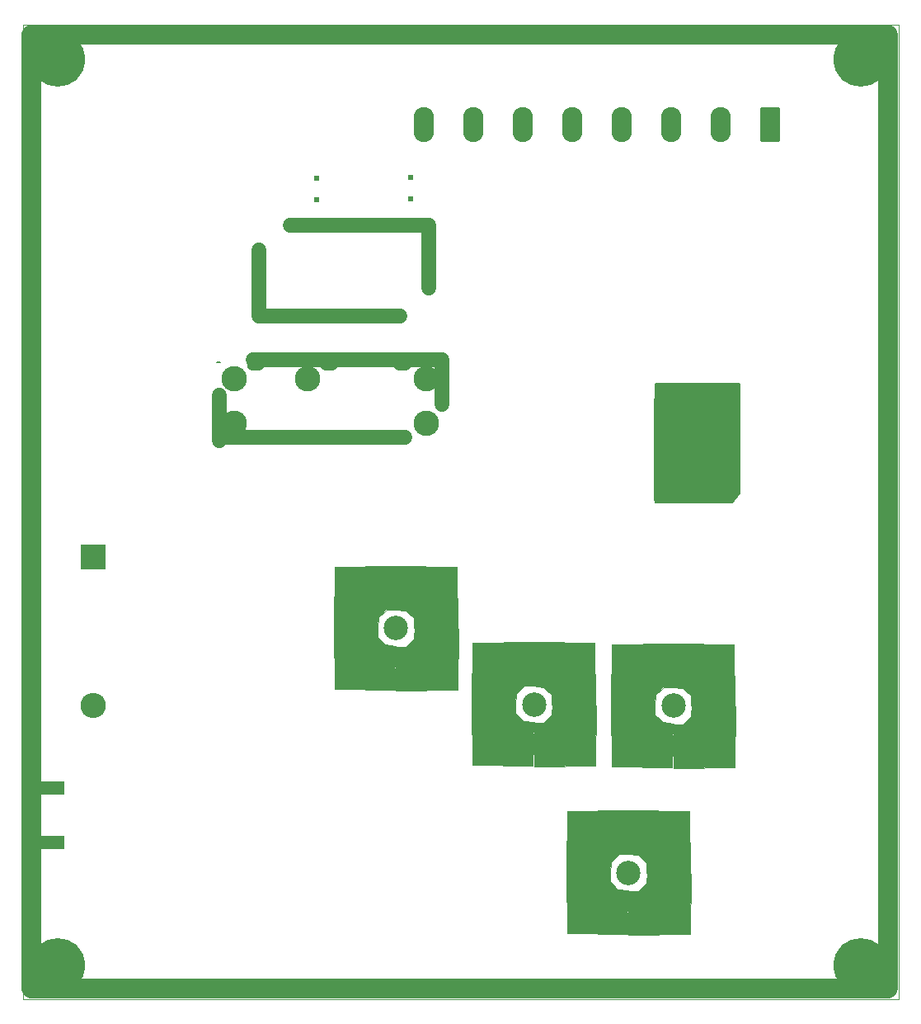
<source format=gbr>
%TF.GenerationSoftware,KiCad,Pcbnew,(7.0.0-0)*%
%TF.CreationDate,2023-05-05T23:20:32+02:00*%
%TF.ProjectId,Filter-forest-v3,46696c74-6572-42d6-966f-726573742d76,rev?*%
%TF.SameCoordinates,Original*%
%TF.FileFunction,Soldermask,Bot*%
%TF.FilePolarity,Negative*%
%FSLAX46Y46*%
G04 Gerber Fmt 4.6, Leading zero omitted, Abs format (unit mm)*
G04 Created by KiCad (PCBNEW (7.0.0-0)) date 2023-05-05 23:20:32*
%MOMM*%
%LPD*%
G01*
G04 APERTURE LIST*
G04 Aperture macros list*
%AMRoundRect*
0 Rectangle with rounded corners*
0 $1 Rounding radius*
0 $2 $3 $4 $5 $6 $7 $8 $9 X,Y pos of 4 corners*
0 Add a 4 corners polygon primitive as box body*
4,1,4,$2,$3,$4,$5,$6,$7,$8,$9,$2,$3,0*
0 Add four circle primitives for the rounded corners*
1,1,$1+$1,$2,$3*
1,1,$1+$1,$4,$5*
1,1,$1+$1,$6,$7*
1,1,$1+$1,$8,$9*
0 Add four rect primitives between the rounded corners*
20,1,$1+$1,$2,$3,$4,$5,0*
20,1,$1+$1,$4,$5,$6,$7,0*
20,1,$1+$1,$6,$7,$8,$9,0*
20,1,$1+$1,$8,$9,$2,$3,0*%
G04 Aperture macros list end*
%ADD10C,2.000000*%
%ADD11C,1.500000*%
%ADD12C,0.200000*%
%ADD13C,0.150000*%
%ADD14C,0.120000*%
%ADD15O,2.600000X2.600000*%
%ADD16R,2.600000X2.600000*%
%ADD17C,0.610000*%
%ADD18O,1.800000X1.000000*%
%ADD19C,2.610000*%
%ADD20C,3.500000*%
%ADD21C,2.500000*%
%ADD22C,5.600000*%
%ADD23R,4.200000X1.350000*%
%ADD24O,2.080000X3.600000*%
%ADD25RoundRect,0.249999X0.790001X1.550001X-0.790001X1.550001X-0.790001X-1.550001X0.790001X-1.550001X0*%
%TA.AperFunction,Profile*%
%ADD26C,0.100000*%
%TD*%
G04 APERTURE END LIST*
D10*
X77090000Y-30950000D02*
X165040978Y-30950000D01*
X165040978Y-30950000D02*
X165040978Y-128860000D01*
X165040978Y-128860000D02*
X77090000Y-128860000D01*
X77090000Y-128860000D02*
X77090000Y-30950000D01*
D11*
X119230000Y-64340000D02*
X119230000Y-68910000D01*
D12*
G36*
X149780000Y-78051166D02*
G01*
X149005646Y-78969585D01*
X141110000Y-78960000D01*
X141100000Y-78670000D01*
X141100000Y-69880000D01*
X141110000Y-66780000D01*
X144280000Y-66780000D01*
X149780000Y-66780000D01*
X149780000Y-78051166D01*
G37*
X149780000Y-78051166D02*
X149005646Y-78969585D01*
X141110000Y-78960000D01*
X141100000Y-78670000D01*
X141100000Y-69880000D01*
X141110000Y-66780000D01*
X144280000Y-66780000D01*
X149780000Y-66780000D01*
X149780000Y-78051166D01*
D13*
X96070000Y-64570000D02*
X96470000Y-64570000D01*
D11*
X96360000Y-72630000D02*
X96360000Y-67970000D01*
X99828750Y-64360000D02*
X119230000Y-64360000D01*
X115450000Y-72320000D02*
X96420000Y-72320000D01*
X114860000Y-59810000D02*
X100410000Y-59810000D01*
X100410000Y-59810000D02*
X100410000Y-53090000D01*
X117830000Y-56960000D02*
X117830000Y-50500000D01*
X103660000Y-50500000D02*
X117780000Y-50500000D01*
%TO.C,J108*%
G36*
X135060000Y-99810000D02*
G01*
X134960000Y-106010000D01*
X128660000Y-106110000D01*
X128660000Y-101610000D01*
X129660000Y-101610000D01*
X130460000Y-100810000D01*
X130560000Y-99710000D01*
X135060000Y-99810000D01*
G37*
D14*
X135060000Y-99810000D02*
X134960000Y-106010000D01*
X128660000Y-106110000D01*
X128660000Y-101610000D01*
X129660000Y-101610000D01*
X130460000Y-100810000D01*
X130560000Y-99710000D01*
X135060000Y-99810000D01*
G36*
X134860000Y-93410000D02*
G01*
X134960000Y-99710000D01*
X130460000Y-99710000D01*
X130460000Y-98710000D01*
X129660000Y-97910000D01*
X128560000Y-97810000D01*
X128660000Y-93310000D01*
X134860000Y-93410000D01*
G37*
X134860000Y-93410000D02*
X134960000Y-99710000D01*
X130460000Y-99710000D01*
X130460000Y-98710000D01*
X129660000Y-97910000D01*
X128560000Y-97810000D01*
X128660000Y-93310000D01*
X134860000Y-93410000D01*
G36*
X126760000Y-100610000D02*
G01*
X127560000Y-101410000D01*
X128660000Y-101510000D01*
X128560000Y-106010000D01*
X122360000Y-105910000D01*
X122260000Y-99610000D01*
X126760000Y-99610000D01*
X126760000Y-100610000D01*
G37*
X126760000Y-100610000D02*
X127560000Y-101410000D01*
X128660000Y-101510000D01*
X128560000Y-106010000D01*
X122360000Y-105910000D01*
X122260000Y-99610000D01*
X126760000Y-99610000D01*
X126760000Y-100610000D01*
G36*
X128660000Y-97810000D02*
G01*
X127660000Y-97810000D01*
X126860000Y-98610000D01*
X126760000Y-99710000D01*
X122260000Y-99610000D01*
X122360000Y-93410000D01*
X128660000Y-93310000D01*
X128660000Y-97810000D01*
G37*
X128660000Y-97810000D02*
X127660000Y-97810000D01*
X126860000Y-98610000D01*
X126760000Y-99710000D01*
X122260000Y-99610000D01*
X122360000Y-93410000D01*
X128660000Y-93310000D01*
X128660000Y-97810000D01*
%TO.C,J106*%
G36*
X120910000Y-91980000D02*
G01*
X120810000Y-98180000D01*
X114510000Y-98280000D01*
X114510000Y-93780000D01*
X115510000Y-93780000D01*
X116310000Y-92980000D01*
X116410000Y-91880000D01*
X120910000Y-91980000D01*
G37*
X120910000Y-91980000D02*
X120810000Y-98180000D01*
X114510000Y-98280000D01*
X114510000Y-93780000D01*
X115510000Y-93780000D01*
X116310000Y-92980000D01*
X116410000Y-91880000D01*
X120910000Y-91980000D01*
G36*
X120710000Y-85580000D02*
G01*
X120810000Y-91880000D01*
X116310000Y-91880000D01*
X116310000Y-90880000D01*
X115510000Y-90080000D01*
X114410000Y-89980000D01*
X114510000Y-85480000D01*
X120710000Y-85580000D01*
G37*
X120710000Y-85580000D02*
X120810000Y-91880000D01*
X116310000Y-91880000D01*
X116310000Y-90880000D01*
X115510000Y-90080000D01*
X114410000Y-89980000D01*
X114510000Y-85480000D01*
X120710000Y-85580000D01*
G36*
X112610000Y-92780000D02*
G01*
X113410000Y-93580000D01*
X114510000Y-93680000D01*
X114410000Y-98180000D01*
X108210000Y-98080000D01*
X108110000Y-91780000D01*
X112610000Y-91780000D01*
X112610000Y-92780000D01*
G37*
X112610000Y-92780000D02*
X113410000Y-93580000D01*
X114510000Y-93680000D01*
X114410000Y-98180000D01*
X108210000Y-98080000D01*
X108110000Y-91780000D01*
X112610000Y-91780000D01*
X112610000Y-92780000D01*
G36*
X114510000Y-89980000D02*
G01*
X113510000Y-89980000D01*
X112710000Y-90780000D01*
X112610000Y-91880000D01*
X108110000Y-91780000D01*
X108210000Y-85580000D01*
X114510000Y-85480000D01*
X114510000Y-89980000D01*
G37*
X114510000Y-89980000D02*
X113510000Y-89980000D01*
X112710000Y-90780000D01*
X112610000Y-91880000D01*
X108110000Y-91780000D01*
X108210000Y-85580000D01*
X114510000Y-85480000D01*
X114510000Y-89980000D01*
%TO.C,J110*%
G36*
X144780000Y-117060000D02*
G01*
X144680000Y-123260000D01*
X138380000Y-123360000D01*
X138380000Y-118860000D01*
X139380000Y-118860000D01*
X140180000Y-118060000D01*
X140280000Y-116960000D01*
X144780000Y-117060000D01*
G37*
X144780000Y-117060000D02*
X144680000Y-123260000D01*
X138380000Y-123360000D01*
X138380000Y-118860000D01*
X139380000Y-118860000D01*
X140180000Y-118060000D01*
X140280000Y-116960000D01*
X144780000Y-117060000D01*
G36*
X144580000Y-110660000D02*
G01*
X144680000Y-116960000D01*
X140180000Y-116960000D01*
X140180000Y-115960000D01*
X139380000Y-115160000D01*
X138280000Y-115060000D01*
X138380000Y-110560000D01*
X144580000Y-110660000D01*
G37*
X144580000Y-110660000D02*
X144680000Y-116960000D01*
X140180000Y-116960000D01*
X140180000Y-115960000D01*
X139380000Y-115160000D01*
X138280000Y-115060000D01*
X138380000Y-110560000D01*
X144580000Y-110660000D01*
G36*
X136480000Y-117860000D02*
G01*
X137280000Y-118660000D01*
X138380000Y-118760000D01*
X138280000Y-123260000D01*
X132080000Y-123160000D01*
X131980000Y-116860000D01*
X136480000Y-116860000D01*
X136480000Y-117860000D01*
G37*
X136480000Y-117860000D02*
X137280000Y-118660000D01*
X138380000Y-118760000D01*
X138280000Y-123260000D01*
X132080000Y-123160000D01*
X131980000Y-116860000D01*
X136480000Y-116860000D01*
X136480000Y-117860000D01*
G36*
X138380000Y-115060000D02*
G01*
X137380000Y-115060000D01*
X136580000Y-115860000D01*
X136480000Y-116960000D01*
X131980000Y-116860000D01*
X132080000Y-110660000D01*
X138380000Y-110560000D01*
X138380000Y-115060000D01*
G37*
X138380000Y-115060000D02*
X137380000Y-115060000D01*
X136580000Y-115860000D01*
X136480000Y-116960000D01*
X131980000Y-116860000D01*
X132080000Y-110660000D01*
X138380000Y-110560000D01*
X138380000Y-115060000D01*
%TO.C,J109*%
G36*
X149370000Y-99940000D02*
G01*
X149270000Y-106140000D01*
X142970000Y-106240000D01*
X142970000Y-101740000D01*
X143970000Y-101740000D01*
X144770000Y-100940000D01*
X144870000Y-99840000D01*
X149370000Y-99940000D01*
G37*
X149370000Y-99940000D02*
X149270000Y-106140000D01*
X142970000Y-106240000D01*
X142970000Y-101740000D01*
X143970000Y-101740000D01*
X144770000Y-100940000D01*
X144870000Y-99840000D01*
X149370000Y-99940000D01*
G36*
X149170000Y-93540000D02*
G01*
X149270000Y-99840000D01*
X144770000Y-99840000D01*
X144770000Y-98840000D01*
X143970000Y-98040000D01*
X142870000Y-97940000D01*
X142970000Y-93440000D01*
X149170000Y-93540000D01*
G37*
X149170000Y-93540000D02*
X149270000Y-99840000D01*
X144770000Y-99840000D01*
X144770000Y-98840000D01*
X143970000Y-98040000D01*
X142870000Y-97940000D01*
X142970000Y-93440000D01*
X149170000Y-93540000D01*
G36*
X141070000Y-100740000D02*
G01*
X141870000Y-101540000D01*
X142970000Y-101640000D01*
X142870000Y-106140000D01*
X136670000Y-106040000D01*
X136570000Y-99740000D01*
X141070000Y-99740000D01*
X141070000Y-100740000D01*
G37*
X141070000Y-100740000D02*
X141870000Y-101540000D01*
X142970000Y-101640000D01*
X142870000Y-106140000D01*
X136670000Y-106040000D01*
X136570000Y-99740000D01*
X141070000Y-99740000D01*
X141070000Y-100740000D01*
G36*
X142970000Y-97940000D02*
G01*
X141970000Y-97940000D01*
X141170000Y-98740000D01*
X141070000Y-99840000D01*
X136570000Y-99740000D01*
X136670000Y-93540000D01*
X142970000Y-93440000D01*
X142970000Y-97940000D01*
G37*
X142970000Y-97940000D02*
X141970000Y-97940000D01*
X141170000Y-98740000D01*
X141070000Y-99840000D01*
X136570000Y-99740000D01*
X136670000Y-93540000D01*
X142970000Y-93440000D01*
X142970000Y-97940000D01*
%TD*%
D15*
%TO.C,D108*%
X83369999Y-99789999D03*
D16*
X83369999Y-84549999D03*
%TD*%
D17*
%TO.C,FL104*%
X106325000Y-45685000D03*
X106325000Y-47895000D03*
%TD*%
D18*
%TO.C,FL101*%
X115219999Y-72289999D03*
X115119999Y-64889999D03*
X107719999Y-72289999D03*
X107619999Y-64889999D03*
D19*
X105420000Y-66290000D03*
D18*
X100219999Y-72289999D03*
X100119999Y-64889999D03*
D19*
X97903520Y-66286160D03*
X117610000Y-66280000D03*
X117610000Y-70880000D03*
X97903520Y-70886160D03*
%TD*%
D20*
%TO.C,J108*%
X132960000Y-104010000D03*
X132960000Y-95410000D03*
X124360000Y-103910000D03*
X124260000Y-95410000D03*
D21*
X128660000Y-99710000D03*
%TD*%
D20*
%TO.C,J106*%
X118810000Y-96180000D03*
X118810000Y-87580000D03*
X110210000Y-96080000D03*
X110110000Y-87580000D03*
D21*
X114510000Y-91880000D03*
%TD*%
D17*
%TO.C,FL105*%
X115975000Y-45635000D03*
X115975000Y-47845000D03*
%TD*%
D22*
%TO.C,H102*%
X162248804Y-33504383D03*
%TD*%
D20*
%TO.C,J110*%
X142680000Y-121260000D03*
X142680000Y-112660000D03*
X134080000Y-121160000D03*
X133980000Y-112660000D03*
D21*
X138380000Y-116960000D03*
%TD*%
D22*
%TO.C,H104*%
X79748804Y-33504383D03*
%TD*%
D20*
%TO.C,J109*%
X147270000Y-104140000D03*
X147270000Y-95540000D03*
X138670000Y-104040000D03*
X138570000Y-95540000D03*
D21*
X142970000Y-99840000D03*
%TD*%
D23*
%TO.C,J102*%
X78332499Y-113904999D03*
X78332499Y-108254999D03*
%TD*%
D24*
%TO.C,J112*%
X117389999Y-40189999D03*
X122469999Y-40189999D03*
X127549999Y-40189999D03*
X132629999Y-40189999D03*
X137709999Y-40189999D03*
X142789999Y-40189999D03*
X147869999Y-40189999D03*
D25*
X152950000Y-40190000D03*
%TD*%
D22*
%TO.C,H101*%
X79748804Y-126504383D03*
%TD*%
%TO.C,H103*%
X162248804Y-126504383D03*
%TD*%
D26*
X76228804Y-30004383D02*
X166158804Y-30004383D01*
X166158804Y-30004383D02*
X166158804Y-129944383D01*
X166158804Y-129944383D02*
X76228804Y-129944383D01*
X76228804Y-129944383D02*
X76228804Y-30004383D01*
M02*

</source>
